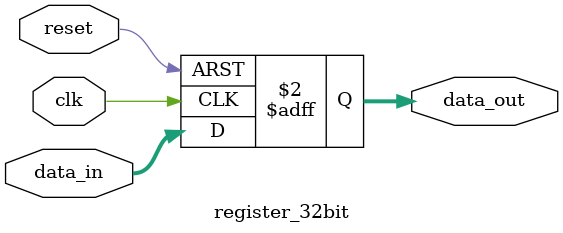
<source format=v>
module register_32bit (
    input wire clk,          // Clock input
    input wire reset,        // Active-high reset
    input wire [31:0] data_in,  // 32-bit data input
    output reg [31:0] data_out  // 32-bit data output
);

// Register behavior
always @(posedge clk or posedge reset) begin
    if (reset) begin
        // Reset condition - clear the output
        data_out <= 32'b0;
    end else begin
        // Normal operation - pass input to output
        data_out <= data_in;
    end
end

endmodule
</source>
